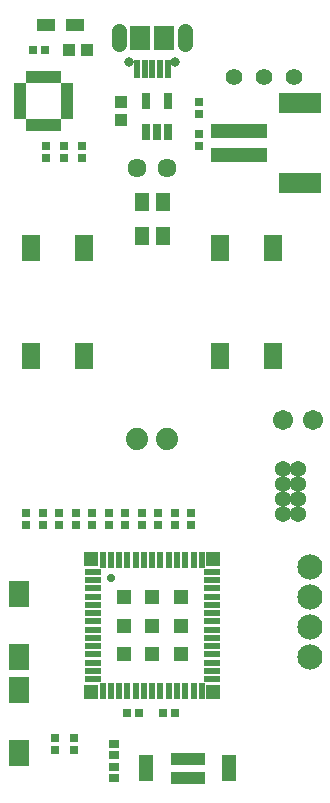
<source format=gts>
G75*
G70*
%OFA0B0*%
%FSLAX24Y24*%
%IPPOS*%
%LPD*%
%AMOC8*
5,1,8,0,0,1.08239X$1,22.5*
%
%ADD10R,0.0300X0.0580*%
%ADD11R,0.0631X0.0434*%
%ADD12R,0.0434X0.0395*%
%ADD13R,0.0316X0.0316*%
%ADD14R,0.0395X0.0434*%
%ADD15R,0.1891X0.0474*%
%ADD16R,0.1419X0.0710*%
%ADD17C,0.0556*%
%ADD18C,0.0634*%
%ADD19C,0.0674*%
%ADD20R,0.0395X0.0198*%
%ADD21R,0.0198X0.0395*%
%ADD22R,0.0237X0.0611*%
%ADD23C,0.0513*%
%ADD24R,0.0671X0.0828*%
%ADD25C,0.0316*%
%ADD26R,0.0552X0.0218*%
%ADD27R,0.0218X0.0552*%
%ADD28R,0.0474X0.0474*%
%ADD29C,0.0277*%
%ADD30R,0.0474X0.0867*%
%ADD31R,0.1182X0.0395*%
%ADD32R,0.0320X0.0260*%
%ADD33C,0.0840*%
%ADD34R,0.0631X0.0907*%
%ADD35R,0.0513X0.0631*%
%ADD36C,0.0740*%
%ADD37R,0.0710X0.0867*%
%ADD38C,0.0540*%
D10*
X006036Y022558D03*
X006406Y022558D03*
X006776Y022558D03*
X006776Y023578D03*
X006036Y023578D03*
D11*
X003677Y026115D03*
X002732Y026115D03*
D12*
X003480Y025289D03*
X004080Y025289D03*
D13*
X002680Y025289D03*
X002280Y025289D03*
X002720Y022079D03*
X002720Y021679D03*
X003320Y021679D03*
X003320Y022079D03*
X003910Y022079D03*
X003910Y021679D03*
X007830Y022099D03*
X007830Y022499D03*
X007830Y023169D03*
X007830Y023569D03*
X007550Y009859D03*
X007550Y009459D03*
X007000Y009459D03*
X007000Y009859D03*
X006450Y009859D03*
X006450Y009459D03*
X005900Y009459D03*
X005900Y009859D03*
X005350Y009859D03*
X005350Y009459D03*
X004800Y009459D03*
X004800Y009859D03*
X004250Y009859D03*
X004250Y009459D03*
X003700Y009459D03*
X003700Y009859D03*
X003150Y009859D03*
X003150Y009459D03*
X002600Y009459D03*
X002600Y009859D03*
X002050Y009859D03*
X002050Y009459D03*
X005400Y003209D03*
X005800Y003209D03*
X006600Y003209D03*
X007000Y003209D03*
X003650Y002359D03*
X003650Y001959D03*
X003000Y001959D03*
X003000Y002359D03*
D14*
X005230Y022949D03*
X005230Y023549D03*
D15*
X009142Y022577D03*
X009142Y021790D03*
D16*
X011189Y020845D03*
X011189Y023522D03*
D17*
X010968Y024381D03*
X009968Y024381D03*
X008968Y024381D03*
D18*
X006756Y021375D03*
X005756Y021375D03*
D19*
X010600Y012964D03*
X011600Y012964D03*
D20*
X003412Y023101D03*
X003412Y023298D03*
X003412Y023495D03*
X003412Y023692D03*
X003412Y023888D03*
X003412Y024085D03*
X001837Y024085D03*
X001837Y023888D03*
X001837Y023692D03*
X001837Y023495D03*
X001837Y023298D03*
X001837Y023101D03*
D21*
X002133Y022806D03*
X002330Y022806D03*
X002526Y022806D03*
X002723Y022806D03*
X002920Y022806D03*
X003117Y022806D03*
X003117Y024381D03*
X002920Y024381D03*
X002723Y024381D03*
X002526Y024381D03*
X002330Y024381D03*
X002133Y024381D03*
D22*
X005744Y024655D03*
X006000Y024655D03*
X006256Y024655D03*
X006511Y024655D03*
X006767Y024655D03*
D23*
X007348Y025492D02*
X007348Y025925D01*
X005163Y025925D02*
X005163Y025492D01*
D24*
X005862Y025705D03*
X006649Y025709D03*
D25*
X007023Y024882D03*
X005488Y024882D03*
D26*
X004267Y007900D03*
X004267Y007624D03*
X004267Y007349D03*
X004267Y007073D03*
X004267Y006797D03*
X004267Y006522D03*
X004267Y006246D03*
X004267Y005971D03*
X004267Y005695D03*
X004267Y005420D03*
X004267Y005144D03*
X004267Y004868D03*
X004267Y004593D03*
X004267Y004317D03*
X008244Y004317D03*
X008244Y004593D03*
X008244Y004868D03*
X008244Y005144D03*
X008244Y005420D03*
X008244Y005695D03*
X008244Y005971D03*
X008244Y006246D03*
X008244Y006522D03*
X008244Y006797D03*
X008244Y007073D03*
X008244Y007349D03*
X008244Y007624D03*
X008244Y007900D03*
D27*
X007909Y008294D03*
X007633Y008294D03*
X007358Y008294D03*
X007082Y008294D03*
X006807Y008294D03*
X006531Y008294D03*
X006256Y008294D03*
X005980Y008294D03*
X005704Y008294D03*
X005429Y008294D03*
X005153Y008294D03*
X004878Y008294D03*
X004602Y008294D03*
X004602Y003923D03*
X004878Y003923D03*
X005153Y003923D03*
X005429Y003923D03*
X005704Y003923D03*
X005980Y003923D03*
X006256Y003923D03*
X006531Y003923D03*
X006807Y003923D03*
X007082Y003923D03*
X007358Y003923D03*
X007633Y003923D03*
X007909Y003923D03*
D28*
X008283Y003884D03*
X007200Y005164D03*
X006256Y005164D03*
X006256Y006109D03*
X006256Y007053D03*
X007200Y007053D03*
X007200Y006109D03*
X005311Y006109D03*
X005311Y007053D03*
X004228Y008333D03*
X005311Y005164D03*
X004228Y003884D03*
X008283Y008333D03*
D29*
X004878Y007683D03*
D30*
X006059Y001349D03*
X008815Y001349D03*
D31*
X007437Y001028D03*
X007437Y001670D03*
D32*
X004986Y001779D03*
X004986Y002159D03*
X004986Y001399D03*
X004986Y001019D03*
D33*
X011500Y005059D03*
X011500Y006059D03*
X011500Y007059D03*
X011500Y008059D03*
D34*
X010291Y015109D03*
X008519Y015109D03*
X008519Y018692D03*
X010291Y018692D03*
X003992Y018692D03*
X002220Y018692D03*
X002220Y015109D03*
X003992Y015109D03*
D35*
X005901Y019085D03*
X006610Y019085D03*
X006610Y020227D03*
X005901Y020227D03*
D36*
X005756Y012332D03*
X006756Y012332D03*
D37*
X001800Y001846D03*
X001800Y003971D03*
X001800Y005046D03*
X001800Y007171D03*
D38*
X010600Y009839D03*
X010600Y010339D03*
X010600Y010839D03*
X010600Y011339D03*
X011100Y011339D03*
X011100Y010839D03*
X011100Y010339D03*
X011100Y009839D03*
M02*

</source>
